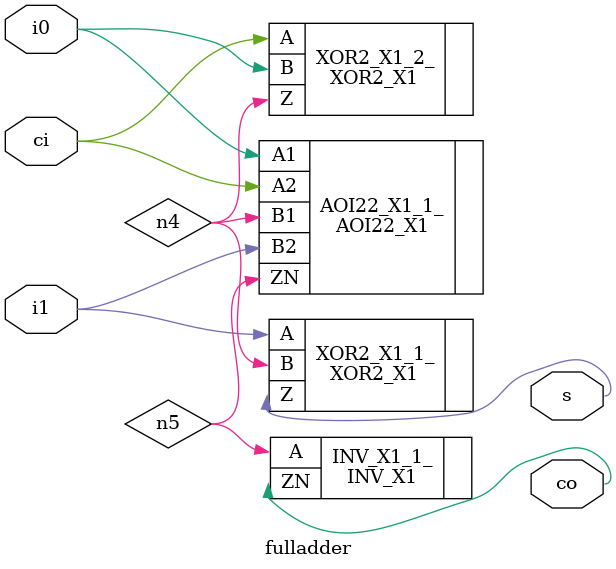
<source format=v>
module fulladder(i0, i1, ci, s, co);

wire n4;
wire n5;
input i0;
input i1;
input ci;
output s;
output co;

XOR2_X1 #() 
XOR2_X1_1_ (
  .A({ i1 }),
  .B({ n4 }),
  .Z({ s })
);
INV_X1 #() 
INV_X1_1_ (
  .A({ n5 }),
  .ZN({ co })
);
AOI22_X1 #() 
AOI22_X1_1_ (
  .A1({ i0 }),
  .A2({ ci }),
  .B1({ n4 }),
  .B2({ i1 }),
  .ZN({ n5 })
);
XOR2_X1 #() 
XOR2_X1_2_ (
  .A({ ci }),
  .B({ i0 }),
  .Z({ n4 })
);

endmodule
</source>
